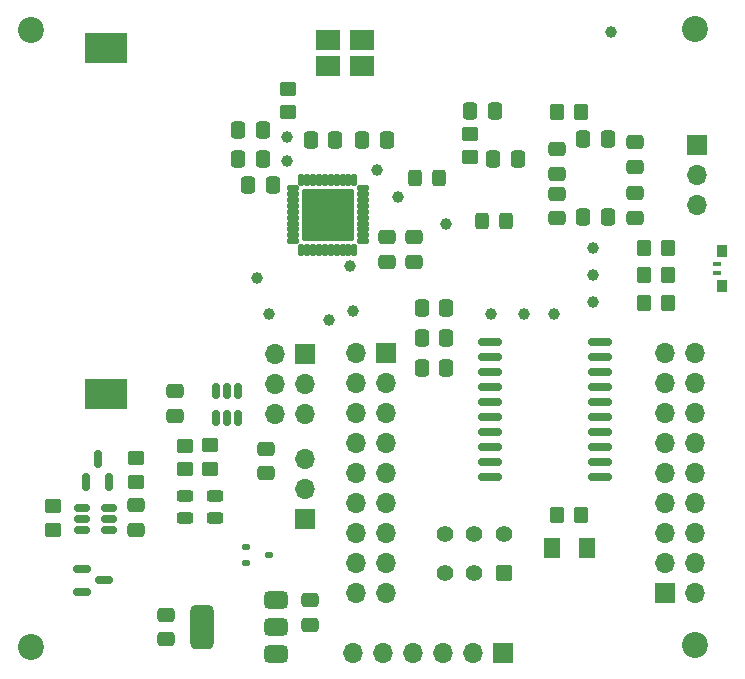
<source format=gbr>
%TF.GenerationSoftware,KiCad,Pcbnew,8.0.7*%
%TF.CreationDate,2025-05-01T01:05:46-07:00*%
%TF.ProjectId,salp_board,73616c70-5f62-46f6-9172-642e6b696361,rev?*%
%TF.SameCoordinates,Original*%
%TF.FileFunction,Soldermask,Top*%
%TF.FilePolarity,Negative*%
%FSLAX46Y46*%
G04 Gerber Fmt 4.6, Leading zero omitted, Abs format (unit mm)*
G04 Created by KiCad (PCBNEW 8.0.7) date 2025-05-01 01:05:46*
%MOMM*%
%LPD*%
G01*
G04 APERTURE LIST*
G04 Aperture macros list*
%AMRoundRect*
0 Rectangle with rounded corners*
0 $1 Rounding radius*
0 $2 $3 $4 $5 $6 $7 $8 $9 X,Y pos of 4 corners*
0 Add a 4 corners polygon primitive as box body*
4,1,4,$2,$3,$4,$5,$6,$7,$8,$9,$2,$3,0*
0 Add four circle primitives for the rounded corners*
1,1,$1+$1,$2,$3*
1,1,$1+$1,$4,$5*
1,1,$1+$1,$6,$7*
1,1,$1+$1,$8,$9*
0 Add four rect primitives between the rounded corners*
20,1,$1+$1,$2,$3,$4,$5,0*
20,1,$1+$1,$4,$5,$6,$7,0*
20,1,$1+$1,$6,$7,$8,$9,0*
20,1,$1+$1,$8,$9,$2,$3,0*%
G04 Aperture macros list end*
%ADD10RoundRect,0.250000X0.350000X0.450000X-0.350000X0.450000X-0.350000X-0.450000X0.350000X-0.450000X0*%
%ADD11RoundRect,0.375000X0.625000X0.375000X-0.625000X0.375000X-0.625000X-0.375000X0.625000X-0.375000X0*%
%ADD12RoundRect,0.500000X0.500000X1.400000X-0.500000X1.400000X-0.500000X-1.400000X0.500000X-1.400000X0*%
%ADD13C,1.000000*%
%ADD14RoundRect,0.250000X0.325000X0.450000X-0.325000X0.450000X-0.325000X-0.450000X0.325000X-0.450000X0*%
%ADD15RoundRect,0.250000X-0.337500X-0.475000X0.337500X-0.475000X0.337500X0.475000X-0.337500X0.475000X0*%
%ADD16RoundRect,0.250000X0.475000X-0.337500X0.475000X0.337500X-0.475000X0.337500X-0.475000X-0.337500X0*%
%ADD17R,1.700000X1.700000*%
%ADD18O,1.700000X1.700000*%
%ADD19RoundRect,0.250000X0.337500X0.475000X-0.337500X0.475000X-0.337500X-0.475000X0.337500X-0.475000X0*%
%ADD20RoundRect,0.250000X0.450000X0.450000X-0.450000X0.450000X-0.450000X-0.450000X0.450000X-0.450000X0*%
%ADD21C,1.400000*%
%ADD22C,2.200000*%
%ADD23RoundRect,0.243750X-0.456250X0.243750X-0.456250X-0.243750X0.456250X-0.243750X0.456250X0.243750X0*%
%ADD24RoundRect,0.150000X-0.512500X-0.150000X0.512500X-0.150000X0.512500X0.150000X-0.512500X0.150000X0*%
%ADD25RoundRect,0.112500X-0.237500X0.112500X-0.237500X-0.112500X0.237500X-0.112500X0.237500X0.112500X0*%
%ADD26RoundRect,0.250000X-0.450000X0.350000X-0.450000X-0.350000X0.450000X-0.350000X0.450000X0.350000X0*%
%ADD27R,3.600000X2.600000*%
%ADD28R,0.900000X1.000000*%
%ADD29R,0.800000X0.400000*%
%ADD30RoundRect,0.250000X0.450000X-0.350000X0.450000X0.350000X-0.450000X0.350000X-0.450000X-0.350000X0*%
%ADD31RoundRect,0.150000X0.150000X-0.587500X0.150000X0.587500X-0.150000X0.587500X-0.150000X-0.587500X0*%
%ADD32RoundRect,0.150000X-0.150000X0.512500X-0.150000X-0.512500X0.150000X-0.512500X0.150000X0.512500X0*%
%ADD33RoundRect,0.243750X0.456250X-0.243750X0.456250X0.243750X-0.456250X0.243750X-0.456250X-0.243750X0*%
%ADD34RoundRect,0.150000X-0.587500X-0.150000X0.587500X-0.150000X0.587500X0.150000X-0.587500X0.150000X0*%
%ADD35RoundRect,0.150000X-0.875000X-0.150000X0.875000X-0.150000X0.875000X0.150000X-0.875000X0.150000X0*%
%ADD36RoundRect,0.250001X-0.462499X-0.624999X0.462499X-0.624999X0.462499X0.624999X-0.462499X0.624999X0*%
%ADD37RoundRect,0.250000X-0.475000X0.337500X-0.475000X-0.337500X0.475000X-0.337500X0.475000X0.337500X0*%
%ADD38RoundRect,0.126000X0.376000X0.126000X-0.376000X0.126000X-0.376000X-0.126000X0.376000X-0.126000X0*%
%ADD39RoundRect,0.126000X0.126000X0.376000X-0.126000X0.376000X-0.126000X-0.376000X0.126000X-0.376000X0*%
%ADD40RoundRect,0.220200X1.981800X1.981800X-1.981800X1.981800X-1.981800X-1.981800X1.981800X-1.981800X0*%
%ADD41RoundRect,0.250000X-0.350000X-0.450000X0.350000X-0.450000X0.350000X0.450000X-0.350000X0.450000X0*%
%ADD42R,2.100000X1.725000*%
G04 APERTURE END LIST*
D10*
%TO.C,R8*%
X192262000Y-77978000D03*
X190262000Y-77978000D03*
%TD*%
D11*
%TO.C,U1*%
X159106000Y-112377000D03*
X159106000Y-110077000D03*
D12*
X152806000Y-110077000D03*
D11*
X159106000Y-107777000D03*
%TD*%
D13*
%TO.C,GND1*%
X187452000Y-59690000D03*
%TD*%
D10*
%TO.C,R7*%
X192262000Y-80264000D03*
X190262000Y-80264000D03*
%TD*%
D13*
%TO.C,DVDD1*%
X165354000Y-79502000D03*
%TD*%
D14*
%TO.C,L1*%
X178580000Y-75692000D03*
X176530000Y-75692000D03*
%TD*%
D15*
%TO.C,C10*%
X177462500Y-70500000D03*
X179537500Y-70500000D03*
%TD*%
D16*
%TO.C,C17*%
X150495000Y-92213000D03*
X150495000Y-90138000D03*
%TD*%
D17*
%TO.C,J10*%
X161501000Y-86969500D03*
D18*
X158961000Y-86969500D03*
X161501000Y-89509500D03*
X158961000Y-89509500D03*
X161501000Y-92049500D03*
X158961000Y-92049500D03*
%TD*%
D17*
%TO.C,J12*%
X178308000Y-112268000D03*
D18*
X175768000Y-112268000D03*
X173228000Y-112268000D03*
X170688000Y-112268000D03*
X168148000Y-112268000D03*
X165608000Y-112268000D03*
%TD*%
D19*
%TO.C,C16*%
X173503500Y-85598000D03*
X171428500Y-85598000D03*
%TD*%
D13*
%TO.C,PC1*%
X185928000Y-82550000D03*
%TD*%
D16*
%TO.C,C23*%
X147193000Y-101843500D03*
X147193000Y-99768500D03*
%TD*%
D20*
%TO.C,SW2*%
X178345000Y-105500000D03*
D21*
X175845000Y-105500000D03*
X173345000Y-105500000D03*
X173345000Y-102200000D03*
X175845000Y-102200000D03*
X178345000Y-102200000D03*
%TD*%
D17*
%TO.C,J8*%
X192024000Y-107188000D03*
D18*
X194564000Y-107188000D03*
X192024000Y-104648000D03*
X194564000Y-104648000D03*
X192024000Y-102108000D03*
X194564000Y-102108000D03*
X192024000Y-99568000D03*
X194564000Y-99568000D03*
X192024000Y-97028000D03*
X194564000Y-97028000D03*
X192024000Y-94488000D03*
X194564000Y-94488000D03*
X192024000Y-91948000D03*
X194564000Y-91948000D03*
X192024000Y-89408000D03*
X194564000Y-89408000D03*
X192024000Y-86868000D03*
X194564000Y-86868000D03*
%TD*%
D22*
%TO.C,H2*%
X138303000Y-59563000D03*
%TD*%
D19*
%TO.C,C9*%
X158800000Y-72700000D03*
X156725000Y-72700000D03*
%TD*%
D23*
%TO.C,D2*%
X153924000Y-99028000D03*
X153924000Y-100903000D03*
%TD*%
D16*
%TO.C,C20*%
X158242000Y-97071000D03*
X158242000Y-94996000D03*
%TD*%
D24*
%TO.C,U6*%
X142632000Y-100004500D03*
X142632000Y-100954500D03*
X142632000Y-101904500D03*
X144907000Y-101904500D03*
X144907000Y-100954500D03*
X144907000Y-100004500D03*
%TD*%
D25*
%TO.C,D4*%
X156500000Y-103350000D03*
X156500000Y-104650000D03*
X158500000Y-104000000D03*
%TD*%
D13*
%TO.C,PA2/MISO/P71*%
X180086000Y-83566000D03*
%TD*%
%TO.C,PA7/IRQ1*%
X157480000Y-80518000D03*
%TD*%
%TO.C,PA5/RSTPD_N1*%
X165608000Y-83312000D03*
%TD*%
%TO.C,PA3/SCK/P72*%
X182626000Y-83566000D03*
%TD*%
D26*
%TO.C,R10*%
X160100000Y-64532000D03*
X160100000Y-66532000D03*
%TD*%
D17*
%TO.C,J4*%
X194725000Y-69275000D03*
D18*
X194725000Y-71815000D03*
X194725000Y-74355000D03*
%TD*%
D13*
%TO.C,PA4/NSS/SCL/HSU_RX1*%
X163576000Y-84074000D03*
%TD*%
D19*
%TO.C,C7*%
X157937500Y-68000000D03*
X155862500Y-68000000D03*
%TD*%
D17*
%TO.C,J9*%
X161496000Y-100978500D03*
D18*
X161496000Y-98438500D03*
X161496000Y-95898500D03*
%TD*%
D27*
%TO.C,BT1*%
X144653000Y-61042000D03*
X144653000Y-90342000D03*
%TD*%
D22*
%TO.C,H1*%
X194564000Y-111633000D03*
%TD*%
D28*
%TO.C,D5*%
X196850000Y-78256000D03*
X196850000Y-81256000D03*
D29*
X196400000Y-80156000D03*
X196400000Y-79356000D03*
%TD*%
D30*
%TO.C,R5*%
X153500000Y-96710000D03*
X153500000Y-94710000D03*
%TD*%
D16*
%TO.C,C5*%
X182880000Y-75481000D03*
X182880000Y-73406000D03*
%TD*%
D19*
%TO.C,C8*%
X157940000Y-70440000D03*
X155865000Y-70440000D03*
%TD*%
D22*
%TO.C,H3*%
X194564000Y-59436000D03*
%TD*%
D13*
%TO.C,I0*%
X160020000Y-68580000D03*
%TD*%
D31*
%TO.C,Q1*%
X143007000Y-97779500D03*
X144907000Y-97779500D03*
X143957000Y-95904500D03*
%TD*%
D13*
%TO.C,PA1/MOSI/SDA/HSU_TX1*%
X177292000Y-83566000D03*
%TD*%
D32*
%TO.C,U4*%
X155890000Y-90143500D03*
X154940000Y-90143500D03*
X153990000Y-90143500D03*
X153990000Y-92418500D03*
X154940000Y-92418500D03*
X155890000Y-92418500D03*
%TD*%
D19*
%TO.C,C3*%
X187175000Y-75400000D03*
X185100000Y-75400000D03*
%TD*%
D13*
%TO.C,+BAT1*%
X158496000Y-83566000D03*
%TD*%
D16*
%TO.C,C2*%
X189500000Y-69062500D03*
X189500000Y-71137500D03*
%TD*%
D33*
%TO.C,D3*%
X151384000Y-100903000D03*
X151384000Y-99028000D03*
%TD*%
D10*
%TO.C,R1*%
X184900000Y-66500000D03*
X182900000Y-66500000D03*
%TD*%
D22*
%TO.C,H4*%
X138303000Y-111760000D03*
%TD*%
D13*
%TO.C,PC2*%
X185928000Y-80264000D03*
%TD*%
D34*
%TO.C,Q2*%
X142651000Y-105190000D03*
X142651000Y-107090000D03*
X144526000Y-106140000D03*
%TD*%
D30*
%TO.C,R4*%
X151384000Y-96742000D03*
X151384000Y-94742000D03*
%TD*%
D35*
%TO.C,U3*%
X177214000Y-85979000D03*
X177214000Y-87249000D03*
X177214000Y-88519000D03*
X177214000Y-89789000D03*
X177214000Y-91059000D03*
X177214000Y-92329000D03*
X177214000Y-93599000D03*
X177214000Y-94869000D03*
X177214000Y-96139000D03*
X177214000Y-97409000D03*
X186514000Y-97409000D03*
X186514000Y-96139000D03*
X186514000Y-94869000D03*
X186514000Y-93599000D03*
X186514000Y-92329000D03*
X186514000Y-91059000D03*
X186514000Y-89789000D03*
X186514000Y-88519000D03*
X186514000Y-87249000D03*
X186514000Y-85979000D03*
%TD*%
D36*
%TO.C,D1*%
X182408500Y-103378000D03*
X185383500Y-103378000D03*
%TD*%
D30*
%TO.C,R2*%
X175502000Y-70314000D03*
X175502000Y-68314000D03*
%TD*%
D13*
%TO.C,PC3*%
X185928000Y-77978000D03*
%TD*%
%TO.C,I1*%
X160020000Y-70612000D03*
%TD*%
D14*
%TO.C,L2*%
X172900000Y-72100000D03*
X170850000Y-72100000D03*
%TD*%
D37*
%TO.C,C21*%
X161954000Y-107818000D03*
X161954000Y-109893000D03*
%TD*%
D16*
%TO.C,C6*%
X182880000Y-71700000D03*
X182880000Y-69625000D03*
%TD*%
D15*
%TO.C,C12*%
X166370000Y-68834000D03*
X168445000Y-68834000D03*
%TD*%
D37*
%TO.C,C22*%
X149762000Y-109056000D03*
X149762000Y-111131000D03*
%TD*%
D19*
%TO.C,C18*%
X173503500Y-83058000D03*
X171428500Y-83058000D03*
%TD*%
D13*
%TO.C,RX1*%
X167640000Y-71374000D03*
%TD*%
D38*
%TO.C,U2*%
X166399000Y-77434000D03*
X166399000Y-76934000D03*
X166399000Y-76434000D03*
X166399000Y-75934000D03*
X166399000Y-75434000D03*
X166399000Y-74934000D03*
X166399000Y-74434000D03*
X166399000Y-73934000D03*
X166399000Y-73434000D03*
X166399000Y-72934000D03*
D39*
X165699000Y-72234000D03*
X165199000Y-72234000D03*
X164699000Y-72234000D03*
X164199000Y-72234000D03*
X163699000Y-72234000D03*
X163199000Y-72234000D03*
X162699000Y-72234000D03*
X162199000Y-72234000D03*
X161699000Y-72234000D03*
X161199000Y-72234000D03*
D38*
X160499000Y-72934000D03*
X160499000Y-73434000D03*
X160499000Y-73934000D03*
X160499000Y-74434000D03*
X160499000Y-74934000D03*
X160499000Y-75434000D03*
X160499000Y-75934000D03*
X160499000Y-76434000D03*
X160499000Y-76934000D03*
X160499000Y-77434000D03*
D39*
X161199000Y-78134000D03*
X161699000Y-78134000D03*
X162199000Y-78134000D03*
X162699000Y-78134000D03*
X163199000Y-78134000D03*
X163699000Y-78134000D03*
X164199000Y-78134000D03*
X164699000Y-78134000D03*
X165199000Y-78134000D03*
X165699000Y-78134000D03*
D40*
X163449000Y-75184000D03*
%TD*%
D26*
%TO.C,R9*%
X140208000Y-99843500D03*
X140208000Y-101843500D03*
%TD*%
D13*
%TO.C,TX2*%
X169418000Y-73700000D03*
%TD*%
D19*
%TO.C,C13*%
X164084000Y-68834000D03*
X162009000Y-68834000D03*
%TD*%
D37*
%TO.C,C14*%
X168430000Y-77102500D03*
X168430000Y-79177500D03*
%TD*%
D10*
%TO.C,R6*%
X192262000Y-82677000D03*
X190262000Y-82677000D03*
%TD*%
D19*
%TO.C,C19*%
X173503500Y-88138000D03*
X171428500Y-88138000D03*
%TD*%
%TO.C,C11*%
X177575000Y-66400000D03*
X175500000Y-66400000D03*
%TD*%
D37*
%TO.C,C15*%
X170716000Y-77102500D03*
X170716000Y-79177500D03*
%TD*%
D17*
%TO.C,J1*%
X168402000Y-86868000D03*
D18*
X165862000Y-86868000D03*
X168402000Y-89408000D03*
X165862000Y-89408000D03*
X168402000Y-91948000D03*
X165862000Y-91948000D03*
X168402000Y-94488000D03*
X165862000Y-94488000D03*
X168402000Y-97028000D03*
X165862000Y-97028000D03*
X168402000Y-99568000D03*
X165862000Y-99568000D03*
X168402000Y-102108000D03*
X165862000Y-102108000D03*
X168402000Y-104648000D03*
X165862000Y-104648000D03*
X168402000Y-107188000D03*
X165862000Y-107188000D03*
%TD*%
D13*
%TO.C,TX1*%
X173482000Y-75946000D03*
%TD*%
D41*
%TO.C,R3*%
X182896000Y-100584000D03*
X184896000Y-100584000D03*
%TD*%
D16*
%TO.C,C1*%
X189500000Y-75455500D03*
X189500000Y-73380500D03*
%TD*%
D19*
%TO.C,C4*%
X185100000Y-68800000D03*
X187175000Y-68800000D03*
%TD*%
D42*
%TO.C,Y2*%
X166370000Y-60380500D03*
X163470000Y-60380500D03*
X163470000Y-62555500D03*
X166370000Y-62555500D03*
%TD*%
D26*
%TO.C,R11*%
X147193000Y-95779500D03*
X147193000Y-97779500D03*
%TD*%
M02*

</source>
